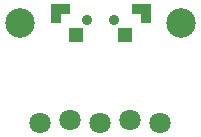
<source format=gbr>
%TF.GenerationSoftware,KiCad,Pcbnew,(6.0.5-0)*%
%TF.CreationDate,2022-06-18T01:32:46+09:00*%
%TF.ProjectId,bg-key,62672d6b-6579-42e6-9b69-6361645f7063,rev?*%
%TF.SameCoordinates,Original*%
%TF.FileFunction,Soldermask,Top*%
%TF.FilePolarity,Negative*%
%FSLAX46Y46*%
G04 Gerber Fmt 4.6, Leading zero omitted, Abs format (unit mm)*
G04 Created by KiCad (PCBNEW (6.0.5-0)) date 2022-06-18 01:32:46*
%MOMM*%
%LPD*%
G01*
G04 APERTURE LIST*
%ADD10C,0.120000*%
%ADD11C,2.500000*%
%ADD12C,1.800000*%
%ADD13C,0.900000*%
%ADD14R,1.200000X1.200000*%
G04 APERTURE END LIST*
D10*
%TO.C,SW1*%
X129400000Y-115623000D02*
X130900000Y-115623000D01*
X130900000Y-115623000D02*
X130900000Y-116323000D01*
X130900000Y-116323000D02*
X129400000Y-116323000D01*
X129400000Y-116323000D02*
X129400000Y-115623000D01*
G36*
X129400000Y-115623000D02*
G01*
X130900000Y-115623000D01*
X130900000Y-116323000D01*
X129400000Y-116323000D01*
X129400000Y-115623000D01*
G37*
X136300000Y-115623000D02*
X137800000Y-115623000D01*
X137800000Y-115623000D02*
X137800000Y-116323000D01*
X137800000Y-116323000D02*
X136300000Y-116323000D01*
X136300000Y-116323000D02*
X136300000Y-115623000D01*
G36*
X136300000Y-115623000D02*
G01*
X137800000Y-115623000D01*
X137800000Y-116323000D01*
X136300000Y-116323000D01*
X136300000Y-115623000D01*
G37*
X137000000Y-116323000D02*
X137800000Y-116323000D01*
X137800000Y-116323000D02*
X137800000Y-117123000D01*
X137800000Y-117123000D02*
X137000000Y-117123000D01*
X137000000Y-117123000D02*
X137000000Y-116323000D01*
G36*
X137000000Y-116323000D02*
G01*
X137800000Y-116323000D01*
X137800000Y-117123000D01*
X137000000Y-117123000D01*
X137000000Y-116323000D01*
G37*
X129400000Y-116323000D02*
X130200000Y-116323000D01*
X130200000Y-116323000D02*
X130200000Y-117123000D01*
X130200000Y-117123000D02*
X129400000Y-117123000D01*
X129400000Y-117123000D02*
X129400000Y-116323000D01*
G36*
X129400000Y-116323000D02*
G01*
X130200000Y-116323000D01*
X130200000Y-117123000D01*
X129400000Y-117123000D01*
X129400000Y-116323000D01*
G37*
%TD*%
D11*
%TO.C,REF\u002A\u002A*%
X126750000Y-117250000D03*
%TD*%
D12*
%TO.C,U1*%
X128497000Y-125687000D03*
X131037000Y-125433000D03*
X133577000Y-125687000D03*
X136117000Y-125433000D03*
X138657000Y-125687000D03*
%TD*%
D11*
%TO.C,REF\u002A\u002A*%
X140450000Y-117250000D03*
%TD*%
D13*
%TO.C,SW1*%
X134750000Y-116923000D03*
X132450000Y-116923000D03*
D14*
X135700000Y-118223000D03*
X131500000Y-118223000D03*
%TD*%
M02*

</source>
